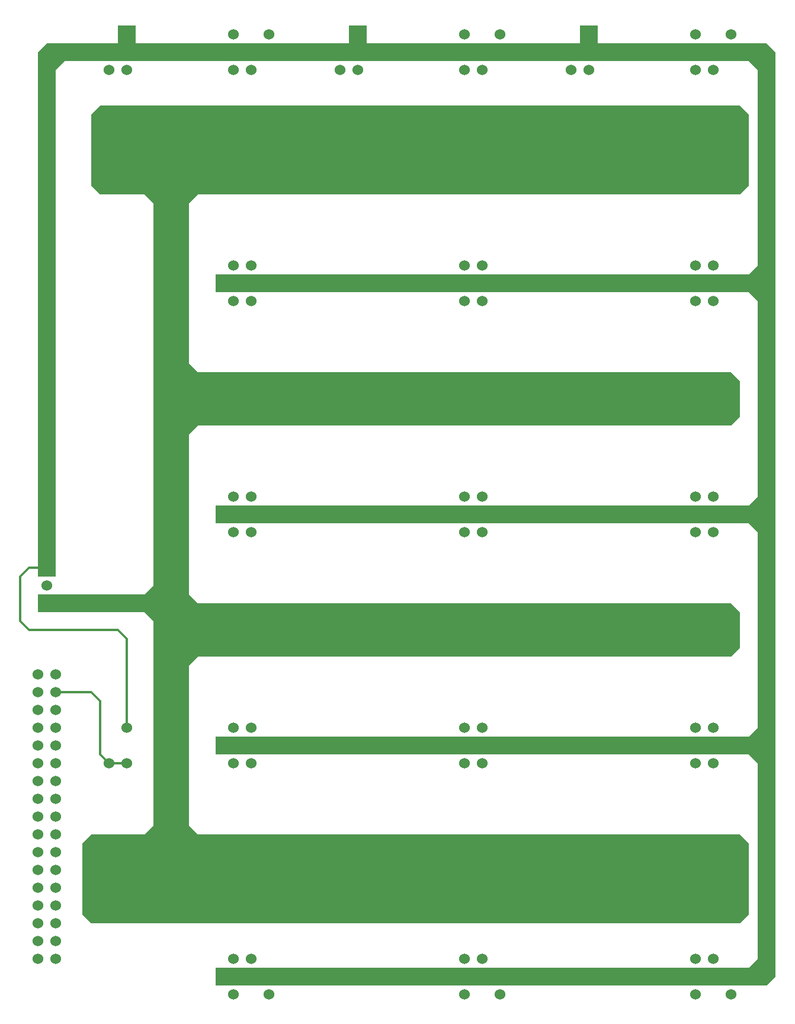
<source format=gbl>
G04 ---------------------------- Layer name :BOTTOM LAYER*
G04 easyEDA 0.1*
G04 Scale: 100 percent, Rotated: No, Reflected: No *
G04 Dimensions in inches *
G04 leading zeros omitted , absolute positions ,2 integer and 4 * 
%FSLAX24Y24*%
%MOIN*%
G90*
G70D02*

%ADD11C,0.011810*%
%ADD12C,0.060000*%

%LPD*%
G54D11*
G01X4000Y80000D02*
G01X6000Y80000D01*
G01X6500Y79500D01*
G01X6500Y76500D01*
G01X7000Y76000D01*
G01X3500Y87000D02*
G01X2500Y87000D01*
G01X2000Y86500D01*
G01X2000Y84000D01*
G01X2500Y83500D01*
G01X7500Y83500D01*
G01X8000Y83000D01*
G01X8000Y78000D01*
G01X7000Y76000D02*
G01X8000Y76000D01*
G36*
G01X3000Y84500D02*
G01X9001Y84500D01*
G01X10001Y83500D01*
G01X10001Y86500D01*
G01X9001Y85500D01*
G01X3000Y85500D01*
G01X3000Y85500D01*
G01X3000Y84500D01*
G37*
G36*
G01X13500Y116500D02*
G01X3500Y116500D01*
G01X3000Y116000D01*
G01X3000Y86500D01*
G01X4000Y86500D01*
G01X4000Y115000D01*
G01X4500Y115500D01*
G01X13500Y115500D01*
G01X13500Y116500D01*
G37*
G36*
G01X43499Y116500D02*
G01X43999Y116500D01*
G01X44499Y116000D01*
G01X44499Y89500D01*
G01X44499Y64000D01*
G01X43999Y63500D01*
G01X43499Y63500D01*
G01X43499Y115000D01*
G01X42999Y115500D01*
G01X43499Y116500D01*
G37*
G36*
G01X8500Y71500D02*
G01X9500Y72500D01*
G01X9500Y90000D01*
G01X9500Y107500D01*
G01X8500Y108500D01*
G01X12500Y108500D01*
G01X11500Y107500D01*
G01X11500Y72500D01*
G01X12500Y71500D01*
G01X8500Y71500D01*
G37*
G36*
G01X13000Y64500D02*
G01X42999Y64500D01*
G01X43999Y65500D01*
G01X43999Y64500D01*
G01X43999Y64000D01*
G01X43999Y63500D01*
G01X13000Y63500D01*
G01X13000Y64000D01*
G01X13000Y64500D01*
G37*
G36*
G01X13000Y77500D02*
G01X43000Y77499D01*
G01X44000Y78499D01*
G01X44000Y75499D01*
G01X43000Y76499D01*
G01X13000Y76500D01*
G01X13000Y77000D01*
G01X13000Y77500D01*
G37*
G36*
G01X13000Y90500D02*
G01X43000Y90499D01*
G01X44000Y91499D01*
G01X44000Y88499D01*
G01X43000Y89499D01*
G01X13000Y89500D01*
G01X13000Y90000D01*
G01X13000Y90500D01*
G37*
G36*
G01X13000Y103500D02*
G01X42999Y103500D01*
G01X44000Y104499D01*
G01X44000Y101499D01*
G01X42999Y102500D01*
G01X13000Y102500D01*
G01X13000Y103000D01*
G01X13000Y103500D01*
G37*
G36*
G01X43499Y116500D02*
G01X13000Y116500D01*
G01X13000Y115500D01*
G01X43499Y115500D01*
G01X43499Y116000D01*
G01X43499Y116500D01*
G37*
G36*
G01X42499Y113000D02*
G01X24000Y113000D01*
G01X6500Y113000D01*
G01X6000Y112500D01*
G01X6000Y108500D01*
G01X6500Y108000D01*
G01X24000Y108000D01*
G01X42499Y108000D01*
G01X42999Y108500D01*
G01X42999Y110000D01*
G01X42999Y112500D01*
G01X42499Y113000D01*
G37*
G36*
G01X42000Y98000D02*
G01X12001Y97998D01*
G01X11001Y98998D01*
G01X11000Y94000D01*
G01X12000Y95000D01*
G01X42000Y95000D01*
G01X42500Y95500D01*
G01X42500Y97000D01*
G01X42500Y97500D01*
G01X42000Y98000D01*
G37*
G36*
G01X42000Y85000D02*
G01X27000Y85000D01*
G01X12000Y85000D01*
G01X11000Y86000D01*
G01X11000Y81000D01*
G01X12000Y82000D01*
G01X27000Y82000D01*
G01X41999Y82000D01*
G01X42499Y82500D01*
G01X42500Y84500D01*
G01X42000Y85000D01*
G37*
G36*
G01X6000Y72000D02*
G01X42499Y72000D01*
G01X42999Y71500D01*
G01X42999Y67500D01*
G01X42499Y67000D01*
G01X6000Y67000D01*
G01X5500Y67500D01*
G01X5500Y71500D01*
G01X6000Y72000D01*
G37*
G36*
G01X33500Y117500D02*
G01X33500Y117500D01*
G01X33500Y116000D01*
G01X34500Y116000D01*
G01X34500Y117500D01*
G01X33500Y117500D01*
G37*
G36*
G01X7500Y117500D02*
G01X7500Y117500D01*
G01X7500Y116000D01*
G01X8500Y116000D01*
G01X8500Y117500D01*
G01X7500Y117500D01*
G37*
G36*
G01X20500Y117500D02*
G01X20500Y117500D01*
G01X20500Y116000D01*
G01X21500Y116000D01*
G01X21500Y117500D01*
G01X20500Y117500D01*
G37*
G54D12*
G01X3000Y65000D03*
G01X3000Y66000D03*
G01X3000Y67000D03*
G01X3000Y68000D03*
G01X3000Y69000D03*
G01X3000Y70000D03*
G01X3000Y71000D03*
G01X3000Y72000D03*
G01X3000Y73000D03*
G01X3000Y74000D03*
G01X3000Y75000D03*
G01X3000Y76000D03*
G01X3000Y77000D03*
G01X3000Y78000D03*
G01X3000Y79000D03*
G01X3000Y80000D03*
G01X3000Y81000D03*
G01X4000Y81000D03*
G01X4000Y80000D03*
G01X4000Y79000D03*
G01X4000Y78000D03*
G01X4000Y77000D03*
G01X4000Y76000D03*
G01X4000Y75000D03*
G01X4000Y74000D03*
G01X4000Y73000D03*
G01X4000Y71000D03*
G01X4000Y71000D03*
G01X4000Y72000D03*
G01X4000Y70000D03*
G01X4000Y69000D03*
G01X4000Y68000D03*
G01X4000Y67000D03*
G01X4000Y66000D03*
G01X4000Y65000D03*
G01X8000Y116998D03*
G01X8000Y114998D03*
G01X14000Y116998D03*
G01X14000Y115998D03*
G01X14000Y114998D03*
G01X27000Y116998D03*
G01X40000Y116998D03*
G01X27000Y115998D03*
G01X27000Y114998D03*
G01X40000Y115998D03*
G01X40000Y114998D03*
G01X14000Y103998D03*
G01X14000Y102998D03*
G01X14000Y101998D03*
G01X27000Y103998D03*
G01X27000Y102998D03*
G01X27000Y101998D03*
G01X40000Y103998D03*
G01X40000Y102998D03*
G01X40000Y101998D03*
G01X14000Y91000D03*
G01X14000Y90000D03*
G01X14000Y89000D03*
G01X27000Y91000D03*
G01X27000Y90000D03*
G01X27000Y89000D03*
G01X40000Y91000D03*
G01X40000Y90000D03*
G01X40000Y89000D03*
G01X14000Y78000D03*
G01X14000Y77000D03*
G01X14000Y76000D03*
G01X27000Y78000D03*
G01X27000Y77000D03*
G01X27000Y76000D03*
G01X40000Y78000D03*
G01X40000Y77000D03*
G01X40000Y76000D03*
G01X14000Y65000D03*
G01X14000Y64000D03*
G01X14000Y63000D03*
G01X27000Y65000D03*
G01X27000Y64000D03*
G01X27000Y63000D03*
G01X40000Y65000D03*
G01X40000Y64000D03*
G01X40000Y63000D03*
G01X8000Y78000D03*
G01X8000Y76000D03*
G01X15000Y114998D03*
G01X16000Y116998D03*
G01X7000Y115000D03*
G01X7000Y110000D03*
G01X15000Y110000D03*
G01X16000Y112000D03*
G01X28000Y115000D03*
G01X29000Y117000D03*
G01X28000Y110000D03*
G01X28000Y109000D03*
G01X29000Y112000D03*
G01X15000Y109000D03*
G01X15000Y104000D03*
G01X15000Y102000D03*
G01X28000Y102000D03*
G01X28000Y104000D03*
G01X41000Y115000D03*
G01X42000Y117000D03*
G01X42000Y112000D03*
G01X41000Y110000D03*
G01X41000Y109000D03*
G01X41000Y104000D03*
G01X41000Y102000D03*
G01X41000Y97000D03*
G01X28000Y97000D03*
G01X15000Y97000D03*
G01X15000Y96000D03*
G01X28000Y96000D03*
G01X41000Y96000D03*
G01X15000Y91000D03*
G01X15000Y89000D03*
G01X28000Y91000D03*
G01X28000Y89000D03*
G01X41000Y91000D03*
G01X41000Y89000D03*
G01X28000Y84000D03*
G01X15000Y84000D03*
G01X15000Y83000D03*
G01X15000Y78000D03*
G01X28000Y78000D03*
G01X28000Y83000D03*
G01X41000Y83000D03*
G01X41000Y78000D03*
G01X41000Y76000D03*
G01X41000Y71000D03*
G01X28000Y76000D03*
G01X28000Y71000D03*
G01X15000Y71000D03*
G01X15000Y76000D03*
G01X41000Y84000D03*
G01X41000Y70000D03*
G01X42000Y68000D03*
G01X42000Y63000D03*
G01X41000Y65000D03*
G01X29000Y63000D03*
G01X28000Y65000D03*
G01X29000Y68000D03*
G01X28000Y70000D03*
G01X15000Y70000D03*
G01X16000Y68000D03*
G01X16000Y63000D03*
G01X15000Y65000D03*
G01X7000Y76000D03*
G01X7000Y71000D03*
G01X3500Y87000D03*
G01X3500Y86000D03*
G01X3500Y85000D03*
G01X34000Y115000D03*
G01X34000Y117000D03*
G01X33000Y115000D03*
G01X33000Y110000D03*
G01X21000Y115000D03*
G01X21000Y117000D03*
G01X20000Y115000D03*
G01X20000Y110000D03*
G01X3000Y65000D03*
G01X3000Y66000D03*
G01X3000Y67000D03*
G01X3000Y68000D03*
G01X3000Y69000D03*
G01X3000Y70000D03*
G01X3000Y71000D03*
G01X3000Y72000D03*
G01X3000Y73000D03*
G01X3000Y74000D03*
G01X3000Y75000D03*
G01X3000Y76000D03*
G01X3000Y77000D03*
G01X3000Y78000D03*
G01X3000Y79000D03*
G01X3000Y80000D03*
G01X3000Y81000D03*
G01X4000Y81000D03*
G01X4000Y80000D03*
G01X4000Y79000D03*
G01X4000Y78000D03*
G01X4000Y77000D03*
G01X4000Y76000D03*
G01X4000Y75000D03*
G01X4000Y74000D03*
G01X4000Y73000D03*
G01X4000Y71000D03*
G01X4000Y71000D03*
G01X4000Y72000D03*
G01X4000Y70000D03*
G01X4000Y69000D03*
G01X4000Y68000D03*
G01X4000Y67000D03*
G01X4000Y66000D03*
G01X4000Y65000D03*
G01X8000Y116998D03*
G01X8000Y114998D03*
G01X14000Y116998D03*
G01X14000Y115998D03*
G01X14000Y114998D03*
G01X27000Y116998D03*
G01X40000Y116998D03*
G01X27000Y115998D03*
G01X27000Y114998D03*
G01X40000Y115998D03*
G01X40000Y114998D03*
G01X14000Y103998D03*
G01X14000Y102998D03*
G01X14000Y101998D03*
G01X27000Y103998D03*
G01X27000Y102998D03*
G01X27000Y101998D03*
G01X40000Y103998D03*
G01X40000Y102998D03*
G01X40000Y101998D03*
G01X14000Y91000D03*
G01X14000Y90000D03*
G01X14000Y89000D03*
G01X27000Y91000D03*
G01X27000Y90000D03*
G01X27000Y89000D03*
G01X40000Y91000D03*
G01X40000Y90000D03*
G01X40000Y89000D03*
G01X14000Y78000D03*
G01X14000Y77000D03*
G01X14000Y76000D03*
G01X27000Y78000D03*
G01X27000Y77000D03*
G01X27000Y76000D03*
G01X40000Y78000D03*
G01X40000Y77000D03*
G01X40000Y76000D03*
G01X14000Y65000D03*
G01X14000Y64000D03*
G01X14000Y63000D03*
G01X27000Y65000D03*
G01X27000Y64000D03*
G01X27000Y63000D03*
G01X40000Y65000D03*
G01X40000Y64000D03*
G01X40000Y63000D03*
G01X8000Y78000D03*
G01X8000Y76000D03*
G01X15000Y114998D03*
G01X16000Y116998D03*
G01X7000Y115000D03*
G01X7000Y110000D03*
G01X15000Y110000D03*
G01X16000Y112000D03*
G01X28000Y115000D03*
G01X29000Y117000D03*
G01X28000Y110000D03*
G01X28000Y109000D03*
G01X29000Y112000D03*
G01X15000Y109000D03*
G01X15000Y104000D03*
G01X15000Y102000D03*
G01X28000Y102000D03*
G01X28000Y104000D03*
G01X41000Y115000D03*
G01X42000Y117000D03*
G01X42000Y112000D03*
G01X41000Y110000D03*
G01X41000Y109000D03*
G01X41000Y104000D03*
G01X41000Y102000D03*
G01X41000Y97000D03*
G01X28000Y97000D03*
G01X15000Y97000D03*
G01X15000Y96000D03*
G01X28000Y96000D03*
G01X41000Y96000D03*
G01X15000Y91000D03*
G01X15000Y89000D03*
G01X28000Y91000D03*
G01X28000Y89000D03*
G01X41000Y91000D03*
G01X41000Y89000D03*
G01X28000Y84000D03*
G01X15000Y84000D03*
G01X15000Y83000D03*
G01X15000Y78000D03*
G01X28000Y78000D03*
G01X28000Y83000D03*
G01X41000Y83000D03*
G01X41000Y78000D03*
G01X41000Y76000D03*
G01X41000Y71000D03*
G01X28000Y76000D03*
G01X28000Y71000D03*
G01X15000Y71000D03*
G01X15000Y76000D03*
G01X41000Y84000D03*
G01X41000Y70000D03*
G01X42000Y68000D03*
G01X42000Y63000D03*
G01X41000Y65000D03*
G01X29000Y63000D03*
G01X28000Y65000D03*
G01X29000Y68000D03*
G01X28000Y70000D03*
G01X15000Y70000D03*
G01X16000Y68000D03*
G01X16000Y63000D03*
G01X15000Y65000D03*
G01X7000Y76000D03*
G01X7000Y71000D03*
G01X3500Y87000D03*
G01X3500Y86000D03*
G01X3500Y85000D03*
G01X34000Y115000D03*
G01X34000Y117000D03*
G01X33000Y115000D03*
G01X33000Y110000D03*
G01X21000Y115000D03*
G01X21000Y117000D03*
G01X20000Y115000D03*
G01X20000Y110000D03*

M00*
M02*
</source>
